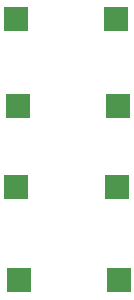
<source format=gtp>
G04*
G04 #@! TF.GenerationSoftware,Altium Limited,Altium Designer,21.9.2 (33)*
G04*
G04 Layer_Color=8421504*
%FSTAX24Y24*%
%MOIN*%
G70*
G04*
G04 #@! TF.SameCoordinates,C5A77AB0-E889-4DE2-9FB0-3BE7D8941CBD*
G04*
G04*
G04 #@! TF.FilePolarity,Positive*
G04*
G01*
G75*
%ADD18R,0.0787X0.0787*%
%ADD19R,0.0846X0.0846*%
D18*
X026663Y049108D02*
D03*
X026732Y04622D02*
D03*
X026752Y040409D02*
D03*
X026683Y043514D02*
D03*
D19*
X023317Y049108D02*
D03*
X023386Y04622D02*
D03*
X023406Y040409D02*
D03*
X023337Y043514D02*
D03*
M02*

</source>
